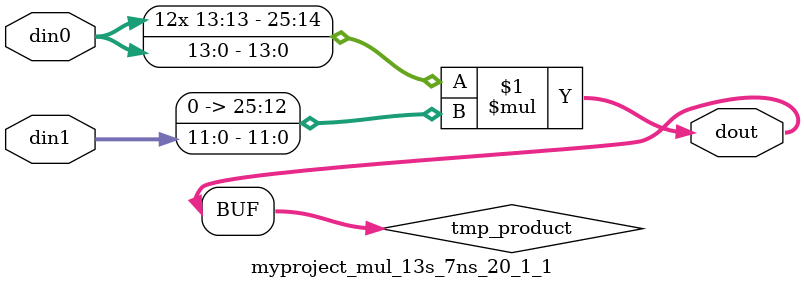
<source format=v>

`timescale 1 ns / 1 ps

 module myproject_mul_13s_7ns_20_1_1(din0, din1, dout);
parameter ID = 1;
parameter NUM_STAGE = 0;
parameter din0_WIDTH = 14;
parameter din1_WIDTH = 12;
parameter dout_WIDTH = 26;

input [din0_WIDTH - 1 : 0] din0; 
input [din1_WIDTH - 1 : 0] din1; 
output [dout_WIDTH - 1 : 0] dout;

wire signed [dout_WIDTH - 1 : 0] tmp_product;


























assign tmp_product = $signed(din0) * $signed({1'b0, din1});









assign dout = tmp_product;





















endmodule

</source>
